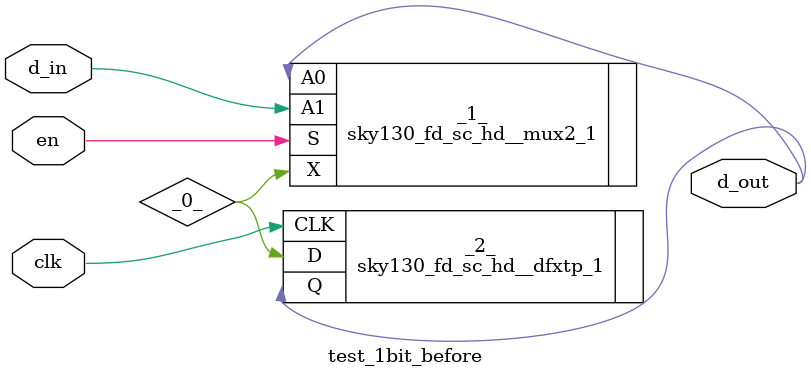
<source format=v>
/* Generated by Yosys 0.9 (git sha1 1979e0b) */

module test_1bit_before(d_in, clk, en, d_out);
  wire _0_;
  input clk;
  input d_in;
  output d_out;
  input en;
  sky130_fd_sc_hd__mux2_1 _1_ (
    .A0(d_out),
    .A1(d_in),
    .S(en),
    .X(_0_)
  );
  sky130_fd_sc_hd__dfxtp_1 _2_ (
    .CLK(clk),
    .D(_0_),
    .Q(d_out)
  );
endmodule

</source>
